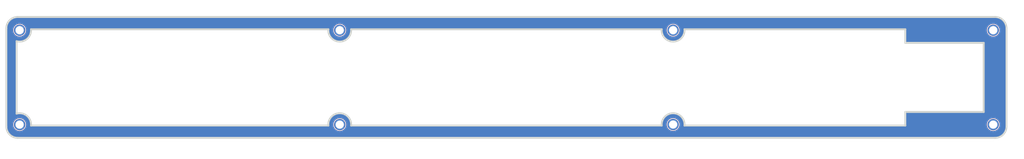
<source format=kicad_pcb>
(kicad_pcb (version 20221018) (generator pcbnew)
  (layers (0 "F.Cu" signal) (31 "B.Cu" signal) (34 "B.Paste" user) (35 "F.Paste" user) (36 "B.SilkS" user "B.Silkscreen") (37 "F.SilkS" user "F.Silkscreen") (38 "B.Mask" user) (39 "F.Mask" user) (44 "Edge.Cuts" user))
  (net 0 "")
  (footprint "CIS:CIS_Edge_L1" (layer "F.Cu") (at 16.62132 125)
    (fp_text reference "REF**" hide)
    (fp_text value "CIS_Edge_1" hide)
    (fp_line (start 0 -29) (end 0 -3) (stroke (width 0.5)) (layer "Edge.Cuts"))
    (fp_line (start 3 0) (end 261 0) (stroke (width 0.5)) (layer "Edge.Cuts"))
    (fp_line (start 261 -32) (end 3 -32) (stroke (width 0.5)) (layer "Edge.Cuts"))
    (fp_line (start 264 -3) (end 264 -29) (stroke (width 0.5)) (layer "Edge.Cuts"))
    (fp_arc (start 0 -29) (mid 0.87868 -31.12132) (end 3 -32) (stroke (width 0.5)) (layer "Edge.Cuts"))
    (fp_arc (start 3 0) (mid 0.87868 -0.87868) (end 0 -3) (stroke (width 0.5)) (layer "Edge.Cuts"))
    (fp_arc (start 261 -32) (mid 263.12132 -31.12132) (end 264 -29) (stroke (width 0.5)) (layer "Edge.Cuts"))
    (fp_arc (start 264 -3) (mid 263.12132 -0.87868) (end 261 0) (stroke (width 0.5)) (layer "Edge.Cuts"))
  )
  (footprint "CIS:CIS_Edge_Holes" (layer "F.Cu") (at 16.62132 125)
    (fp_text reference "REF**" hide)
    (fp_text value "CIS_Edge_1" hide)
    (pad "" thru_hole circle (at 3.5 -28.5) (size 3 3) (drill 2.2) (layers "*.Cu" "*.Mask"))
    (pad "" thru_hole circle (at 3.5 -3.5) (size 3 3) (drill 2.2) (layers "*.Cu" "*.Mask"))
    (pad "" thru_hole circle (at 88 -28.5) (size 3 3) (drill 2.2) (layers "*.Cu" "*.Mask"))
    (pad "" thru_hole circle (at 88 -3.5) (size 3 3) (drill 2.2) (layers "*.Cu" "*.Mask"))
    (pad "" thru_hole circle (at 176 -28.5) (size 3 3) (drill 2.2) (layers "*.Cu" "*.Mask"))
    (pad "" thru_hole circle (at 176 -3.5287) (size 3 3) (drill 2.2) (layers "*.Cu" "*.Mask"))
    (pad "" thru_hole circle (at 260.5 -28.5) (size 3 3) (drill 2.2) (layers "*.Cu" "*.Mask"))
    (pad "" thru_hole circle (at 260.5 -3.5) (size 3 3) (drill 2.2) (layers "*.Cu" "*.Mask"))
  )
  (gr_line (start 107.621319 96.25) (end 189.621322 96.25) (stroke (width 0.5)) (layer "Edge.Cuts"))
  (gr_line (start 19.32132 118.595677) (end 19.32132 99.404323) (stroke (width 0.5)) (layer "Edge.Cuts"))
  (gr_line (start 274.62132 99.85) (end 274.62132 118.15) (stroke (width 0.5)) (layer "Edge.Cuts"))
  (gr_line (start 253.92132 118.15) (end 253.92132 121.75) (stroke (width 0.5)) (layer "Edge.Cuts"))
  (gr_line (start 189.621321 121.75) (end 107.621318 121.75) (stroke (width 0.5)) (layer "Edge.Cuts"))
  (gr_arc (start 107.621319 96.25) (mid 104.62132 99.510398) (end 101.621321 96.25) (stroke (width 0.5)) (layer "Edge.Cuts"))
  (gr_arc (start 19.329231 118.595677) (mid 22.046457 119.185624) (end 23.121318 121.75) (stroke (width 0.5)) (layer "Edge.Cuts"))
  (gr_arc (start 195.62132 96.25) (mid 192.621321 99.510398) (end 189.621322 96.25) (stroke (width 0.5)) (layer "Edge.Cuts"))
  (gr_line (start 101.62132 121.75) (end 23.121318 121.75) (stroke (width 0.5)) (layer "Edge.Cuts"))
  (gr_line (start 274.62132 118.15) (end 253.92132 118.15) (stroke (width 0.5)) (layer "Edge.Cuts"))
  (gr_arc (start 189.621321 121.75) (mid 192.62132 118.489602) (end 195.621319 121.75) (stroke (width 0.5)) (layer "Edge.Cuts"))
  (gr_line (start 253.92132 96.25) (end 253.92132 99.85) (stroke (width 0.5)) (layer "Edge.Cuts"))
  (gr_line (start 253.92132 99.85) (end 274.62132 99.85) (stroke (width 0.5)) (layer "Edge.Cuts"))
  (gr_arc (start 101.62132 121.75) (mid 104.621319 118.489602) (end 107.621318 121.75) (stroke (width 0.5)) (layer "Edge.Cuts"))
  (gr_arc (start 23.121319 96.25) (mid 22.046458 98.814376) (end 19.329232 99.404323) (stroke (width 0.5)) (layer "Edge.Cuts"))
  (gr_line (start 253.92132 121.75) (end 195.621319 121.75) (stroke (width 0.5)) (layer "Edge.Cuts"))
  (gr_line (start 195.62132 96.25) (end 253.92132 96.25) (stroke (width 0.5)) (layer "Edge.Cuts"))
  (gr_line (start 23.121319 96.25) (end 101.621321 96.25) (stroke (width 0.5)) (layer "Edge.Cuts"))
  (zone (net 0) (net_name "") (layers "F&B.Cu") (connect_pads no (clearance 0.15)) (min_thickness 0.15) (fill yes (thermal_gap 0.2) (thermal_bridge_width 0.2) (island_removal_mode 1) (island_area_min 10))
    (polygon (pts (xy 281.62132 126) (xy 15.62132 126) (xy 15.62132 92) (xy 281.62132 92)))
  )
)
</source>
